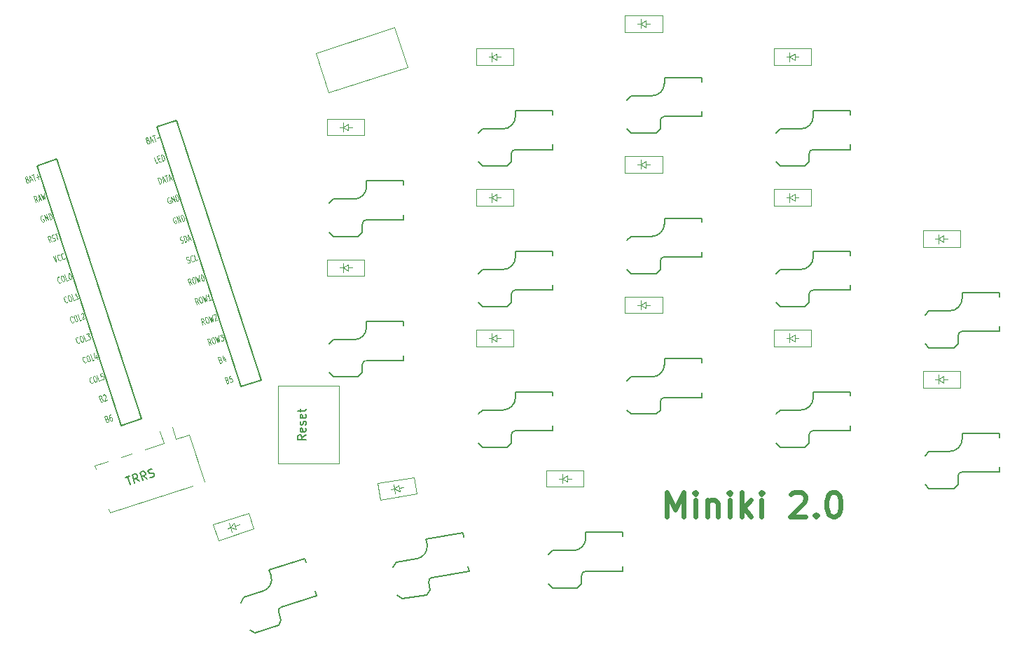
<source format=gbr>
%TF.GenerationSoftware,KiCad,Pcbnew,(5.1.8)-1*%
%TF.CreationDate,2021-08-08T13:00:58+02:00*%
%TF.ProjectId,miniki v2,6d696e69-6b69-4207-9632-2e6b69636164,rev?*%
%TF.SameCoordinates,Original*%
%TF.FileFunction,Legend,Top*%
%TF.FilePolarity,Positive*%
%FSLAX46Y46*%
G04 Gerber Fmt 4.6, Leading zero omitted, Abs format (unit mm)*
G04 Created by KiCad (PCBNEW (5.1.8)-1) date 2021-08-08 13:00:58*
%MOMM*%
%LPD*%
G01*
G04 APERTURE LIST*
%ADD10C,0.600000*%
%ADD11C,0.120000*%
%ADD12C,0.100000*%
%ADD13C,0.150000*%
%ADD14C,0.125000*%
G04 APERTURE END LIST*
D10*
X108821428Y-118607142D02*
X108821428Y-115607142D01*
X109821428Y-117750000D01*
X110821428Y-115607142D01*
X110821428Y-118607142D01*
X112250000Y-118607142D02*
X112250000Y-116607142D01*
X112250000Y-115607142D02*
X112107142Y-115750000D01*
X112250000Y-115892857D01*
X112392857Y-115750000D01*
X112250000Y-115607142D01*
X112250000Y-115892857D01*
X113678571Y-116607142D02*
X113678571Y-118607142D01*
X113678571Y-116892857D02*
X113821428Y-116750000D01*
X114107142Y-116607142D01*
X114535714Y-116607142D01*
X114821428Y-116750000D01*
X114964285Y-117035714D01*
X114964285Y-118607142D01*
X116392857Y-118607142D02*
X116392857Y-116607142D01*
X116392857Y-115607142D02*
X116250000Y-115750000D01*
X116392857Y-115892857D01*
X116535714Y-115750000D01*
X116392857Y-115607142D01*
X116392857Y-115892857D01*
X117821428Y-118607142D02*
X117821428Y-115607142D01*
X118107142Y-117464285D02*
X118964285Y-118607142D01*
X118964285Y-116607142D02*
X117821428Y-117750000D01*
X120250000Y-118607142D02*
X120250000Y-116607142D01*
X120250000Y-115607142D02*
X120107142Y-115750000D01*
X120250000Y-115892857D01*
X120392857Y-115750000D01*
X120250000Y-115607142D01*
X120250000Y-115892857D01*
X123821428Y-115892857D02*
X123964285Y-115750000D01*
X124250000Y-115607142D01*
X124964285Y-115607142D01*
X125250000Y-115750000D01*
X125392857Y-115892857D01*
X125535714Y-116178571D01*
X125535714Y-116464285D01*
X125392857Y-116892857D01*
X123678571Y-118607142D01*
X125535714Y-118607142D01*
X126821428Y-118321428D02*
X126964285Y-118464285D01*
X126821428Y-118607142D01*
X126678571Y-118464285D01*
X126821428Y-118321428D01*
X126821428Y-118607142D01*
X128821428Y-115607142D02*
X129107142Y-115607142D01*
X129392857Y-115750000D01*
X129535714Y-115892857D01*
X129678571Y-116178571D01*
X129821428Y-116750000D01*
X129821428Y-117464285D01*
X129678571Y-118035714D01*
X129535714Y-118321428D01*
X129392857Y-118464285D01*
X129107142Y-118607142D01*
X128821428Y-118607142D01*
X128535714Y-118464285D01*
X128392857Y-118321428D01*
X128250000Y-118035714D01*
X128107142Y-117464285D01*
X128107142Y-116750000D01*
X128250000Y-116178571D01*
X128392857Y-115892857D01*
X128535714Y-115750000D01*
X128821428Y-115607142D01*
D11*
%TO.C,D18*%
X139750000Y-101000000D02*
X144250000Y-101000000D01*
X139750000Y-103000000D02*
X144250000Y-103000000D01*
D12*
X141250000Y-102000000D02*
X141650000Y-102000000D01*
X141650000Y-102000000D02*
X141650000Y-101450000D01*
X141650000Y-102000000D02*
X141650000Y-102550000D01*
X141650000Y-102000000D02*
X142250000Y-101600000D01*
X142250000Y-101600000D02*
X142250000Y-102400000D01*
X142250000Y-102400000D02*
X141650000Y-102000000D01*
X142250000Y-102000000D02*
X142750000Y-102000000D01*
D11*
X139750000Y-101000000D02*
X139750000Y-103000000D01*
X144250000Y-101000000D02*
X144250000Y-103000000D01*
%TO.C,D17*%
X139750000Y-84000000D02*
X144250000Y-84000000D01*
X139750000Y-86000000D02*
X144250000Y-86000000D01*
D12*
X141250000Y-85000000D02*
X141650000Y-85000000D01*
X141650000Y-85000000D02*
X141650000Y-84450000D01*
X141650000Y-85000000D02*
X141650000Y-85550000D01*
X141650000Y-85000000D02*
X142250000Y-84600000D01*
X142250000Y-84600000D02*
X142250000Y-85400000D01*
X142250000Y-85400000D02*
X141650000Y-85000000D01*
X142250000Y-85000000D02*
X142750000Y-85000000D01*
D11*
X139750000Y-84000000D02*
X139750000Y-86000000D01*
X144250000Y-84000000D02*
X144250000Y-86000000D01*
%TO.C,D15*%
X121750000Y-96000000D02*
X126250000Y-96000000D01*
X121750000Y-98000000D02*
X126250000Y-98000000D01*
D12*
X123250000Y-97000000D02*
X123650000Y-97000000D01*
X123650000Y-97000000D02*
X123650000Y-96450000D01*
X123650000Y-97000000D02*
X123650000Y-97550000D01*
X123650000Y-97000000D02*
X124250000Y-96600000D01*
X124250000Y-96600000D02*
X124250000Y-97400000D01*
X124250000Y-97400000D02*
X123650000Y-97000000D01*
X124250000Y-97000000D02*
X124750000Y-97000000D01*
D11*
X121750000Y-96000000D02*
X121750000Y-98000000D01*
X126250000Y-96000000D02*
X126250000Y-98000000D01*
%TO.C,D14*%
X121750000Y-79000000D02*
X126250000Y-79000000D01*
X121750000Y-81000000D02*
X126250000Y-81000000D01*
D12*
X123250000Y-80000000D02*
X123650000Y-80000000D01*
X123650000Y-80000000D02*
X123650000Y-79450000D01*
X123650000Y-80000000D02*
X123650000Y-80550000D01*
X123650000Y-80000000D02*
X124250000Y-79600000D01*
X124250000Y-79600000D02*
X124250000Y-80400000D01*
X124250000Y-80400000D02*
X123650000Y-80000000D01*
X124250000Y-80000000D02*
X124750000Y-80000000D01*
D11*
X121750000Y-79000000D02*
X121750000Y-81000000D01*
X126250000Y-79000000D02*
X126250000Y-81000000D01*
%TO.C,D13*%
X121750000Y-62000000D02*
X126250000Y-62000000D01*
X121750000Y-64000000D02*
X126250000Y-64000000D01*
D12*
X123250000Y-63000000D02*
X123650000Y-63000000D01*
X123650000Y-63000000D02*
X123650000Y-62450000D01*
X123650000Y-63000000D02*
X123650000Y-63550000D01*
X123650000Y-63000000D02*
X124250000Y-62600000D01*
X124250000Y-62600000D02*
X124250000Y-63400000D01*
X124250000Y-63400000D02*
X123650000Y-63000000D01*
X124250000Y-63000000D02*
X124750000Y-63000000D01*
D11*
X121750000Y-62000000D02*
X121750000Y-64000000D01*
X126250000Y-62000000D02*
X126250000Y-64000000D01*
%TO.C,D12*%
X94250000Y-113000000D02*
X98750000Y-113000000D01*
X94250000Y-115000000D02*
X98750000Y-115000000D01*
D12*
X95750000Y-114000000D02*
X96150000Y-114000000D01*
X96150000Y-114000000D02*
X96150000Y-113450000D01*
X96150000Y-114000000D02*
X96150000Y-114550000D01*
X96150000Y-114000000D02*
X96750000Y-113600000D01*
X96750000Y-113600000D02*
X96750000Y-114400000D01*
X96750000Y-114400000D02*
X96150000Y-114000000D01*
X96750000Y-114000000D02*
X97250000Y-114000000D01*
D11*
X94250000Y-113000000D02*
X94250000Y-115000000D01*
X98750000Y-113000000D02*
X98750000Y-115000000D01*
%TO.C,D11*%
X103750000Y-92000000D02*
X108250000Y-92000000D01*
X103750000Y-94000000D02*
X108250000Y-94000000D01*
D12*
X105250000Y-93000000D02*
X105650000Y-93000000D01*
X105650000Y-93000000D02*
X105650000Y-92450000D01*
X105650000Y-93000000D02*
X105650000Y-93550000D01*
X105650000Y-93000000D02*
X106250000Y-92600000D01*
X106250000Y-92600000D02*
X106250000Y-93400000D01*
X106250000Y-93400000D02*
X105650000Y-93000000D01*
X106250000Y-93000000D02*
X106750000Y-93000000D01*
D11*
X103750000Y-92000000D02*
X103750000Y-94000000D01*
X108250000Y-92000000D02*
X108250000Y-94000000D01*
%TO.C,D10*%
X103750000Y-75000000D02*
X108250000Y-75000000D01*
X103750000Y-77000000D02*
X108250000Y-77000000D01*
D12*
X105250000Y-76000000D02*
X105650000Y-76000000D01*
X105650000Y-76000000D02*
X105650000Y-75450000D01*
X105650000Y-76000000D02*
X105650000Y-76550000D01*
X105650000Y-76000000D02*
X106250000Y-75600000D01*
X106250000Y-75600000D02*
X106250000Y-76400000D01*
X106250000Y-76400000D02*
X105650000Y-76000000D01*
X106250000Y-76000000D02*
X106750000Y-76000000D01*
D11*
X103750000Y-75000000D02*
X103750000Y-77000000D01*
X108250000Y-75000000D02*
X108250000Y-77000000D01*
D13*
%TO.C,U1*%
X57341083Y-102853715D02*
X47137342Y-71449829D01*
X59756766Y-102068812D02*
X57341083Y-102853715D01*
X49553025Y-70664926D02*
X59756766Y-102068812D01*
X47137342Y-71449829D02*
X49553025Y-70664926D01*
X42866003Y-107556954D02*
X32662261Y-76153067D01*
X45281686Y-106772050D02*
X42866003Y-107556954D01*
X35077945Y-75368164D02*
X45281686Y-106772050D01*
X32662261Y-76153067D02*
X35077945Y-75368164D01*
D11*
%TO.C,Reset1*%
X69200000Y-112200000D02*
X69200000Y-102800000D01*
X69200000Y-102800000D02*
X61800000Y-102800000D01*
X61800000Y-102800000D02*
X61800000Y-112200000D01*
X61800000Y-112200000D02*
X69200000Y-112200000D01*
%TO.C,Power1*%
X67919373Y-67304692D02*
X66374288Y-62549410D01*
X77429938Y-64214522D02*
X67919373Y-67304692D01*
X75884853Y-59459240D02*
X77429938Y-64214522D01*
X66374288Y-62549410D02*
X75884853Y-59459240D01*
D13*
%TO.C,K18*%
X143000000Y-110700000D02*
G75*
G03*
X144500000Y-109200000I0J1500000D01*
G01*
X144500000Y-113200000D02*
G75*
G03*
X144000000Y-113700000I0J-500000D01*
G01*
X144500000Y-109200000D02*
X144500000Y-108500000D01*
X144500000Y-108500000D02*
X149000000Y-108500000D01*
X143500000Y-115200000D02*
X144000000Y-114700000D01*
X144000000Y-113700000D02*
X144000000Y-114700000D01*
X149000000Y-113200000D02*
X144500000Y-113200000D01*
X140000000Y-111200000D02*
X140500000Y-110700000D01*
X149000000Y-112600000D02*
X149000000Y-113200000D01*
X140500000Y-110700000D02*
X143000000Y-110700000D01*
X140000000Y-114700000D02*
X140500000Y-115200000D01*
X140500000Y-115200000D02*
X143500000Y-115200000D01*
X149000000Y-108500000D02*
X149000000Y-109000000D01*
%TO.C,K17*%
X143000000Y-93700000D02*
G75*
G03*
X144500000Y-92200000I0J1500000D01*
G01*
X144500000Y-96200000D02*
G75*
G03*
X144000000Y-96700000I0J-500000D01*
G01*
X144500000Y-92200000D02*
X144500000Y-91500000D01*
X144500000Y-91500000D02*
X149000000Y-91500000D01*
X143500000Y-98200000D02*
X144000000Y-97700000D01*
X144000000Y-96700000D02*
X144000000Y-97700000D01*
X149000000Y-96200000D02*
X144500000Y-96200000D01*
X140000000Y-94200000D02*
X140500000Y-93700000D01*
X149000000Y-95600000D02*
X149000000Y-96200000D01*
X140500000Y-93700000D02*
X143000000Y-93700000D01*
X140000000Y-97700000D02*
X140500000Y-98200000D01*
X140500000Y-98200000D02*
X143500000Y-98200000D01*
X149000000Y-91500000D02*
X149000000Y-92000000D01*
%TO.C,K15*%
X125000000Y-105700000D02*
G75*
G03*
X126500000Y-104200000I0J1500000D01*
G01*
X126500000Y-108200000D02*
G75*
G03*
X126000000Y-108700000I0J-500000D01*
G01*
X126500000Y-104200000D02*
X126500000Y-103500000D01*
X126500000Y-103500000D02*
X131000000Y-103500000D01*
X125500000Y-110200000D02*
X126000000Y-109700000D01*
X126000000Y-108700000D02*
X126000000Y-109700000D01*
X131000000Y-108200000D02*
X126500000Y-108200000D01*
X122000000Y-106200000D02*
X122500000Y-105700000D01*
X131000000Y-107600000D02*
X131000000Y-108200000D01*
X122500000Y-105700000D02*
X125000000Y-105700000D01*
X122000000Y-109700000D02*
X122500000Y-110200000D01*
X122500000Y-110200000D02*
X125500000Y-110200000D01*
X131000000Y-103500000D02*
X131000000Y-104000000D01*
%TO.C,K14*%
X125000000Y-88700000D02*
G75*
G03*
X126500000Y-87200000I0J1500000D01*
G01*
X126500000Y-91200000D02*
G75*
G03*
X126000000Y-91700000I0J-500000D01*
G01*
X126500000Y-87200000D02*
X126500000Y-86500000D01*
X126500000Y-86500000D02*
X131000000Y-86500000D01*
X125500000Y-93200000D02*
X126000000Y-92700000D01*
X126000000Y-91700000D02*
X126000000Y-92700000D01*
X131000000Y-91200000D02*
X126500000Y-91200000D01*
X122000000Y-89200000D02*
X122500000Y-88700000D01*
X131000000Y-90600000D02*
X131000000Y-91200000D01*
X122500000Y-88700000D02*
X125000000Y-88700000D01*
X122000000Y-92700000D02*
X122500000Y-93200000D01*
X122500000Y-93200000D02*
X125500000Y-93200000D01*
X131000000Y-86500000D02*
X131000000Y-87000000D01*
%TO.C,K13*%
X125000000Y-71700000D02*
G75*
G03*
X126500000Y-70200000I0J1500000D01*
G01*
X126500000Y-74200000D02*
G75*
G03*
X126000000Y-74700000I0J-500000D01*
G01*
X126500000Y-70200000D02*
X126500000Y-69500000D01*
X126500000Y-69500000D02*
X131000000Y-69500000D01*
X125500000Y-76200000D02*
X126000000Y-75700000D01*
X126000000Y-74700000D02*
X126000000Y-75700000D01*
X131000000Y-74200000D02*
X126500000Y-74200000D01*
X122000000Y-72200000D02*
X122500000Y-71700000D01*
X131000000Y-73600000D02*
X131000000Y-74200000D01*
X122500000Y-71700000D02*
X125000000Y-71700000D01*
X122000000Y-75700000D02*
X122500000Y-76200000D01*
X122500000Y-76200000D02*
X125500000Y-76200000D01*
X131000000Y-69500000D02*
X131000000Y-70000000D01*
%TO.C,K12*%
X97500000Y-122700000D02*
G75*
G03*
X99000000Y-121200000I0J1500000D01*
G01*
X99000000Y-125200000D02*
G75*
G03*
X98500000Y-125700000I0J-500000D01*
G01*
X99000000Y-121200000D02*
X99000000Y-120500000D01*
X99000000Y-120500000D02*
X103500000Y-120500000D01*
X98000000Y-127200000D02*
X98500000Y-126700000D01*
X98500000Y-125700000D02*
X98500000Y-126700000D01*
X103500000Y-125200000D02*
X99000000Y-125200000D01*
X94500000Y-123200000D02*
X95000000Y-122700000D01*
X103500000Y-124600000D02*
X103500000Y-125200000D01*
X95000000Y-122700000D02*
X97500000Y-122700000D01*
X94500000Y-126700000D02*
X95000000Y-127200000D01*
X95000000Y-127200000D02*
X98000000Y-127200000D01*
X103500000Y-120500000D02*
X103500000Y-121000000D01*
%TO.C,K11*%
X107000000Y-101700000D02*
G75*
G03*
X108500000Y-100200000I0J1500000D01*
G01*
X108500000Y-104200000D02*
G75*
G03*
X108000000Y-104700000I0J-500000D01*
G01*
X108500000Y-100200000D02*
X108500000Y-99500000D01*
X108500000Y-99500000D02*
X113000000Y-99500000D01*
X107500000Y-106200000D02*
X108000000Y-105700000D01*
X108000000Y-104700000D02*
X108000000Y-105700000D01*
X113000000Y-104200000D02*
X108500000Y-104200000D01*
X104000000Y-102200000D02*
X104500000Y-101700000D01*
X113000000Y-103600000D02*
X113000000Y-104200000D01*
X104500000Y-101700000D02*
X107000000Y-101700000D01*
X104000000Y-105700000D02*
X104500000Y-106200000D01*
X104500000Y-106200000D02*
X107500000Y-106200000D01*
X113000000Y-99500000D02*
X113000000Y-100000000D01*
%TO.C,K10*%
X107000000Y-84700000D02*
G75*
G03*
X108500000Y-83200000I0J1500000D01*
G01*
X108500000Y-87200000D02*
G75*
G03*
X108000000Y-87700000I0J-500000D01*
G01*
X108500000Y-83200000D02*
X108500000Y-82500000D01*
X108500000Y-82500000D02*
X113000000Y-82500000D01*
X107500000Y-89200000D02*
X108000000Y-88700000D01*
X108000000Y-87700000D02*
X108000000Y-88700000D01*
X113000000Y-87200000D02*
X108500000Y-87200000D01*
X104000000Y-85200000D02*
X104500000Y-84700000D01*
X113000000Y-86600000D02*
X113000000Y-87200000D01*
X104500000Y-84700000D02*
X107000000Y-84700000D01*
X104000000Y-88700000D02*
X104500000Y-89200000D01*
X104500000Y-89200000D02*
X107500000Y-89200000D01*
X113000000Y-82500000D02*
X113000000Y-83000000D01*
%TO.C,K9*%
X107000000Y-67700000D02*
G75*
G03*
X108500000Y-66200000I0J1500000D01*
G01*
X108500000Y-70200000D02*
G75*
G03*
X108000000Y-70700000I0J-500000D01*
G01*
X108500000Y-66200000D02*
X108500000Y-65500000D01*
X108500000Y-65500000D02*
X113000000Y-65500000D01*
X107500000Y-72200000D02*
X108000000Y-71700000D01*
X108000000Y-70700000D02*
X108000000Y-71700000D01*
X113000000Y-70200000D02*
X108500000Y-70200000D01*
X104000000Y-68200000D02*
X104500000Y-67700000D01*
X113000000Y-69600000D02*
X113000000Y-70200000D01*
X104500000Y-67700000D02*
X107000000Y-67700000D01*
X104000000Y-71700000D02*
X104500000Y-72200000D01*
X104500000Y-72200000D02*
X107500000Y-72200000D01*
X113000000Y-65500000D02*
X113000000Y-66000000D01*
%TO.C,K8*%
X78566496Y-123698013D02*
G75*
G03*
X79813377Y-121981828I-234652J1481533D01*
G01*
X80439115Y-125932582D02*
G75*
G03*
X80023488Y-126504643I78217J-493844D01*
G01*
X79813377Y-121981828D02*
X79703873Y-121290446D01*
X79703873Y-121290446D02*
X84148470Y-120586491D01*
X79764295Y-128064393D02*
X80179922Y-127492331D01*
X80023488Y-126504643D02*
X80179922Y-127492331D01*
X84883712Y-125228626D02*
X80439115Y-125932582D01*
X75681648Y-124661160D02*
X76097275Y-124089099D01*
X84789851Y-124636013D02*
X84883712Y-125228626D01*
X76097275Y-124089099D02*
X78566496Y-123698012D01*
X76229169Y-128118069D02*
X76801230Y-128533696D01*
X76801230Y-128533696D02*
X79764295Y-128064393D01*
X84148470Y-120586491D02*
X84226687Y-121080335D01*
%TO.C,K7*%
X89000000Y-105700000D02*
G75*
G03*
X90500000Y-104200000I0J1500000D01*
G01*
X90500000Y-108200000D02*
G75*
G03*
X90000000Y-108700000I0J-500000D01*
G01*
X90500000Y-104200000D02*
X90500000Y-103500000D01*
X90500000Y-103500000D02*
X95000000Y-103500000D01*
X89500000Y-110200000D02*
X90000000Y-109700000D01*
X90000000Y-108700000D02*
X90000000Y-109700000D01*
X95000000Y-108200000D02*
X90500000Y-108200000D01*
X86000000Y-106200000D02*
X86500000Y-105700000D01*
X95000000Y-107600000D02*
X95000000Y-108200000D01*
X86500000Y-105700000D02*
X89000000Y-105700000D01*
X86000000Y-109700000D02*
X86500000Y-110200000D01*
X86500000Y-110200000D02*
X89500000Y-110200000D01*
X95000000Y-103500000D02*
X95000000Y-104000000D01*
%TO.C,K6*%
X89000000Y-88700000D02*
G75*
G03*
X90500000Y-87200000I0J1500000D01*
G01*
X90500000Y-91200000D02*
G75*
G03*
X90000000Y-91700000I0J-500000D01*
G01*
X90500000Y-87200000D02*
X90500000Y-86500000D01*
X90500000Y-86500000D02*
X95000000Y-86500000D01*
X89500000Y-93200000D02*
X90000000Y-92700000D01*
X90000000Y-91700000D02*
X90000000Y-92700000D01*
X95000000Y-91200000D02*
X90500000Y-91200000D01*
X86000000Y-89200000D02*
X86500000Y-88700000D01*
X95000000Y-90600000D02*
X95000000Y-91200000D01*
X86500000Y-88700000D02*
X89000000Y-88700000D01*
X86000000Y-92700000D02*
X86500000Y-93200000D01*
X86500000Y-93200000D02*
X89500000Y-93200000D01*
X95000000Y-86500000D02*
X95000000Y-87000000D01*
%TO.C,K5*%
X89000000Y-71700000D02*
G75*
G03*
X90500000Y-70200000I0J1500000D01*
G01*
X90500000Y-74200000D02*
G75*
G03*
X90000000Y-74700000I0J-500000D01*
G01*
X90500000Y-70200000D02*
X90500000Y-69500000D01*
X90500000Y-69500000D02*
X95000000Y-69500000D01*
X89500000Y-76200000D02*
X90000000Y-75700000D01*
X90000000Y-74700000D02*
X90000000Y-75700000D01*
X95000000Y-74200000D02*
X90500000Y-74200000D01*
X86000000Y-72200000D02*
X86500000Y-71700000D01*
X95000000Y-73600000D02*
X95000000Y-74200000D01*
X86500000Y-71700000D02*
X89000000Y-71700000D01*
X86000000Y-75700000D02*
X86500000Y-76200000D01*
X86500000Y-76200000D02*
X89500000Y-76200000D01*
X95000000Y-69500000D02*
X95000000Y-70000000D01*
%TO.C,K4*%
X59994419Y-127609892D02*
G75*
G03*
X60957479Y-125719782I-463525J1426585D01*
G01*
X62193546Y-129524008D02*
G75*
G03*
X61872527Y-130154045I154509J-475528D01*
G01*
X60957479Y-125719782D02*
X60741167Y-125054042D01*
X60741167Y-125054042D02*
X65020921Y-123663466D01*
X61860524Y-131735138D02*
X62181544Y-131105101D01*
X61872527Y-130154045D02*
X62181544Y-131105101D01*
X66473301Y-128133431D02*
X62193547Y-129524008D01*
X57295758Y-129012471D02*
X57616778Y-128382435D01*
X66287891Y-127562798D02*
X66473301Y-128133431D01*
X57616778Y-128382435D02*
X59994419Y-127609892D01*
X58377318Y-132341169D02*
X59007355Y-132662189D01*
X59007355Y-132662189D02*
X61860524Y-131735138D01*
X65020921Y-123663466D02*
X65175430Y-124138994D01*
%TO.C,K2*%
X71000000Y-97200000D02*
G75*
G03*
X72500000Y-95700000I0J1500000D01*
G01*
X72500000Y-99700000D02*
G75*
G03*
X72000000Y-100200000I0J-500000D01*
G01*
X72500000Y-95700000D02*
X72500000Y-95000000D01*
X72500000Y-95000000D02*
X77000000Y-95000000D01*
X71500000Y-101700000D02*
X72000000Y-101200000D01*
X72000000Y-100200000D02*
X72000000Y-101200000D01*
X77000000Y-99700000D02*
X72500000Y-99700000D01*
X68000000Y-97700000D02*
X68500000Y-97200000D01*
X77000000Y-99100000D02*
X77000000Y-99700000D01*
X68500000Y-97200000D02*
X71000000Y-97200000D01*
X68000000Y-101200000D02*
X68500000Y-101700000D01*
X68500000Y-101700000D02*
X71500000Y-101700000D01*
X77000000Y-95000000D02*
X77000000Y-95500000D01*
%TO.C,K1*%
X71000000Y-80200000D02*
G75*
G03*
X72500000Y-78700000I0J1500000D01*
G01*
X72500000Y-82700000D02*
G75*
G03*
X72000000Y-83200000I0J-500000D01*
G01*
X72500000Y-78700000D02*
X72500000Y-78000000D01*
X72500000Y-78000000D02*
X77000000Y-78000000D01*
X71500000Y-84700000D02*
X72000000Y-84200000D01*
X72000000Y-83200000D02*
X72000000Y-84200000D01*
X77000000Y-82700000D02*
X72500000Y-82700000D01*
X68000000Y-80700000D02*
X68500000Y-80200000D01*
X77000000Y-82100000D02*
X77000000Y-82700000D01*
X68500000Y-80200000D02*
X71000000Y-80200000D01*
X68000000Y-84200000D02*
X68500000Y-84700000D01*
X68500000Y-84700000D02*
X71500000Y-84700000D01*
X77000000Y-78000000D02*
X77000000Y-78500000D01*
D11*
%TO.C,J1*%
X47973671Y-109704329D02*
X47510146Y-108277744D01*
X42837966Y-111373020D02*
X44121893Y-110955847D01*
X49447809Y-109225352D02*
X48984284Y-107798768D01*
X49447809Y-109225352D02*
X51050339Y-108704659D01*
X45691136Y-110445969D02*
X47973671Y-109704329D01*
X51444569Y-114885339D02*
X41491763Y-118119202D01*
X39637661Y-112412863D02*
X41268723Y-111882898D01*
X41337254Y-117643673D02*
X41491763Y-118119202D01*
X52904441Y-114410998D02*
X51050339Y-108704659D01*
X39637661Y-112412863D02*
X39792170Y-112888391D01*
X47973671Y-109704329D02*
X47510146Y-108277744D01*
X51444569Y-114885339D02*
X41491763Y-118119202D01*
X45691136Y-110445969D02*
X47973671Y-109704329D01*
X42837966Y-111373020D02*
X44121893Y-110955847D01*
X39637661Y-112412863D02*
X41268723Y-111882898D01*
X39637661Y-112412863D02*
X39792170Y-112888391D01*
X41337254Y-117643673D02*
X41491763Y-118119202D01*
%TO.C,D9*%
X103750000Y-58000000D02*
X108250000Y-58000000D01*
X103750000Y-60000000D02*
X108250000Y-60000000D01*
D12*
X105250000Y-59000000D02*
X105650000Y-59000000D01*
X105650000Y-59000000D02*
X105650000Y-58450000D01*
X105650000Y-59000000D02*
X105650000Y-59550000D01*
X105650000Y-59000000D02*
X106250000Y-58600000D01*
X106250000Y-58600000D02*
X106250000Y-59400000D01*
X106250000Y-59400000D02*
X105650000Y-59000000D01*
X106250000Y-59000000D02*
X106750000Y-59000000D01*
D11*
X103750000Y-58000000D02*
X103750000Y-60000000D01*
X108250000Y-58000000D02*
X108250000Y-60000000D01*
%TO.C,D8*%
X73821267Y-114564289D02*
X78265864Y-113860334D01*
X74134136Y-116539666D02*
X78578733Y-115835711D01*
D12*
X75459234Y-115317326D02*
X75854309Y-115254752D01*
X75854309Y-115254752D02*
X75768270Y-114711523D01*
X75854309Y-115254752D02*
X75940348Y-115797981D01*
X75854309Y-115254752D02*
X76384348Y-114765816D01*
X76384348Y-114765816D02*
X76509496Y-115555967D01*
X76509496Y-115555967D02*
X75854309Y-115254752D01*
X76446922Y-115160891D02*
X76940766Y-115082674D01*
D11*
X73821267Y-114564289D02*
X74134136Y-116539666D01*
X78265864Y-113860334D02*
X78578733Y-115835711D01*
%TO.C,D7*%
X85750000Y-96000000D02*
X90250000Y-96000000D01*
X85750000Y-98000000D02*
X90250000Y-98000000D01*
D12*
X87250000Y-97000000D02*
X87650000Y-97000000D01*
X87650000Y-97000000D02*
X87650000Y-96450000D01*
X87650000Y-97000000D02*
X87650000Y-97550000D01*
X87650000Y-97000000D02*
X88250000Y-96600000D01*
X88250000Y-96600000D02*
X88250000Y-97400000D01*
X88250000Y-97400000D02*
X87650000Y-97000000D01*
X88250000Y-97000000D02*
X88750000Y-97000000D01*
D11*
X85750000Y-96000000D02*
X85750000Y-98000000D01*
X90250000Y-96000000D02*
X90250000Y-98000000D01*
%TO.C,D6*%
X85750000Y-79000000D02*
X90250000Y-79000000D01*
X85750000Y-81000000D02*
X90250000Y-81000000D01*
D12*
X87250000Y-80000000D02*
X87650000Y-80000000D01*
X87650000Y-80000000D02*
X87650000Y-79450000D01*
X87650000Y-80000000D02*
X87650000Y-80550000D01*
X87650000Y-80000000D02*
X88250000Y-79600000D01*
X88250000Y-79600000D02*
X88250000Y-80400000D01*
X88250000Y-80400000D02*
X87650000Y-80000000D01*
X88250000Y-80000000D02*
X88750000Y-80000000D01*
D11*
X85750000Y-79000000D02*
X85750000Y-81000000D01*
X90250000Y-79000000D02*
X90250000Y-81000000D01*
%TO.C,D5*%
X85750000Y-62000000D02*
X90250000Y-62000000D01*
X85750000Y-64000000D02*
X90250000Y-64000000D01*
D12*
X87250000Y-63000000D02*
X87650000Y-63000000D01*
X87650000Y-63000000D02*
X87650000Y-62450000D01*
X87650000Y-63000000D02*
X87650000Y-63550000D01*
X87650000Y-63000000D02*
X88250000Y-62600000D01*
X88250000Y-62600000D02*
X88250000Y-63400000D01*
X88250000Y-63400000D02*
X87650000Y-63000000D01*
X88250000Y-63000000D02*
X88750000Y-63000000D01*
D11*
X85750000Y-62000000D02*
X85750000Y-64000000D01*
X90250000Y-62000000D02*
X90250000Y-64000000D01*
%TO.C,D4*%
X53951106Y-119544232D02*
X58230860Y-118153655D01*
X54569140Y-121446345D02*
X58848894Y-120055768D01*
D12*
X55686708Y-120031763D02*
X56067130Y-119908156D01*
X56067130Y-119908156D02*
X55897171Y-119385075D01*
X56067130Y-119908156D02*
X56237090Y-120431237D01*
X56067130Y-119908156D02*
X56514157Y-119342323D01*
X56514157Y-119342323D02*
X56761371Y-120103168D01*
X56761371Y-120103168D02*
X56067130Y-119908156D01*
X56637764Y-119722746D02*
X57113292Y-119568237D01*
D11*
X53951106Y-119544232D02*
X54569140Y-121446345D01*
X58230860Y-118153655D02*
X58848894Y-120055768D01*
%TO.C,D2*%
X67750000Y-87500000D02*
X72250000Y-87500000D01*
X67750000Y-89500000D02*
X72250000Y-89500000D01*
D12*
X69250000Y-88500000D02*
X69650000Y-88500000D01*
X69650000Y-88500000D02*
X69650000Y-87950000D01*
X69650000Y-88500000D02*
X69650000Y-89050000D01*
X69650000Y-88500000D02*
X70250000Y-88100000D01*
X70250000Y-88100000D02*
X70250000Y-88900000D01*
X70250000Y-88900000D02*
X69650000Y-88500000D01*
X70250000Y-88500000D02*
X70750000Y-88500000D01*
D11*
X67750000Y-87500000D02*
X67750000Y-89500000D01*
X72250000Y-87500000D02*
X72250000Y-89500000D01*
%TO.C,D1*%
X67750000Y-70500000D02*
X72250000Y-70500000D01*
X67750000Y-72500000D02*
X72250000Y-72500000D01*
D12*
X69250000Y-71500000D02*
X69650000Y-71500000D01*
X69650000Y-71500000D02*
X69650000Y-70950000D01*
X69650000Y-71500000D02*
X69650000Y-72050000D01*
X69650000Y-71500000D02*
X70250000Y-71100000D01*
X70250000Y-71100000D02*
X70250000Y-71900000D01*
X70250000Y-71900000D02*
X69650000Y-71500000D01*
X70250000Y-71500000D02*
X70750000Y-71500000D01*
D11*
X67750000Y-70500000D02*
X67750000Y-72500000D01*
X72250000Y-70500000D02*
X72250000Y-72500000D01*
%TO.C,U1*%
D14*
X46048163Y-73082752D02*
X46127132Y-73094646D01*
X46160813Y-73121255D01*
X46205530Y-73181830D01*
X46238639Y-73283729D01*
X46238067Y-73359019D01*
X46226459Y-73400343D01*
X46192207Y-73449024D01*
X46011053Y-73507884D01*
X45779291Y-72794592D01*
X45937800Y-72743089D01*
X45994125Y-72762340D01*
X46027805Y-72788949D01*
X46072522Y-72849524D01*
X46094595Y-72917457D01*
X46094023Y-72992747D01*
X46082415Y-73034071D01*
X46048163Y-73082752D01*
X45889654Y-73134255D01*
X46397719Y-73156936D02*
X46624162Y-73083360D01*
X46418649Y-73375448D02*
X46345396Y-72610653D01*
X46735668Y-73272443D01*
X46594482Y-72529720D02*
X46866212Y-72441430D01*
X46962110Y-73198867D02*
X46730347Y-72485575D01*
X47168194Y-72831489D02*
X47530501Y-72713768D01*
X31473697Y-77818283D02*
X31552666Y-77830177D01*
X31586347Y-77856786D01*
X31631064Y-77917361D01*
X31664173Y-78019260D01*
X31663601Y-78094550D01*
X31651993Y-78135874D01*
X31617741Y-78184555D01*
X31436587Y-78243415D01*
X31204825Y-77530123D01*
X31363334Y-77478620D01*
X31419659Y-77497871D01*
X31453339Y-77524480D01*
X31498056Y-77585055D01*
X31520129Y-77652988D01*
X31519557Y-77728278D01*
X31507949Y-77769602D01*
X31473697Y-77818283D01*
X31315188Y-77869786D01*
X31823253Y-77892467D02*
X32049696Y-77818891D01*
X31844183Y-78110979D02*
X31770930Y-77346184D01*
X32161202Y-78007974D01*
X32020016Y-77265251D02*
X32291746Y-77176961D01*
X32387644Y-77934398D02*
X32155881Y-77221106D01*
X32593728Y-77567020D02*
X32956035Y-77449299D01*
X32863172Y-77779890D02*
X32686591Y-77236429D01*
D13*
D14*
X32777383Y-80478479D02*
X32508510Y-80190319D01*
X32505652Y-80566769D02*
X32273889Y-79853477D01*
X32455043Y-79794617D01*
X32511368Y-79813868D01*
X32545048Y-79840477D01*
X32589765Y-79901052D01*
X32622874Y-80002951D01*
X32622303Y-80078241D01*
X32610695Y-80119565D01*
X32576443Y-80168246D01*
X32395289Y-80227106D01*
X32892318Y-80215821D02*
X33118760Y-80142245D01*
X32913248Y-80434334D02*
X32839995Y-79669538D01*
X33230267Y-80331328D01*
X33111725Y-79581248D02*
X33456709Y-80257752D01*
X33381741Y-79718828D01*
X33637862Y-80198892D01*
X33519321Y-79448812D01*
X47270828Y-75769273D02*
X47044386Y-75842849D01*
X46812623Y-75129556D01*
X47307938Y-75344141D02*
X47466447Y-75292638D01*
X47655779Y-75644195D02*
X47429337Y-75717770D01*
X47197574Y-75004478D01*
X47424017Y-74930903D01*
X47859577Y-75577977D02*
X47627814Y-74864685D01*
X47741035Y-74827897D01*
X47820004Y-74839791D01*
X47887365Y-74893008D01*
X47932082Y-74953583D01*
X47998872Y-75082091D01*
X48031981Y-75183990D01*
X48053482Y-75327213D01*
X48052910Y-75402503D01*
X48029694Y-75485150D01*
X47972798Y-75541189D01*
X47859577Y-75577977D01*
X33307594Y-82225872D02*
X33251269Y-82206621D01*
X33183337Y-82228693D01*
X33126440Y-82284732D01*
X33103224Y-82367380D01*
X33102653Y-82442670D01*
X33124154Y-82585893D01*
X33157263Y-82687792D01*
X33224052Y-82816300D01*
X33268769Y-82876875D01*
X33336130Y-82930092D01*
X33415099Y-82941986D01*
X33460388Y-82927271D01*
X33517284Y-82871232D01*
X33528892Y-82829908D01*
X33451638Y-82592144D01*
X33361061Y-82621574D01*
X33754762Y-82831623D02*
X33523000Y-82118330D01*
X34026493Y-82743332D01*
X33794730Y-82030040D01*
X34252935Y-82669757D02*
X34021172Y-81956464D01*
X34134393Y-81919677D01*
X34213362Y-81931570D01*
X34280723Y-81984788D01*
X34325440Y-82045363D01*
X34392229Y-82173870D01*
X34425338Y-82275769D01*
X34446839Y-82418992D01*
X34446268Y-82494282D01*
X34423052Y-82576930D01*
X34366156Y-82632969D01*
X34252935Y-82669757D01*
X47501768Y-78352332D02*
X47270005Y-77639040D01*
X47383226Y-77602252D01*
X47462195Y-77614146D01*
X47529556Y-77667363D01*
X47574273Y-77727938D01*
X47641063Y-77856446D01*
X47674172Y-77958345D01*
X47695673Y-78101568D01*
X47695101Y-78176858D01*
X47671885Y-78259505D01*
X47614989Y-78315544D01*
X47501768Y-78352332D01*
X47888434Y-78001383D02*
X48114876Y-77927808D01*
X47909364Y-78219896D02*
X47836110Y-77455101D01*
X48226383Y-78116891D01*
X48085197Y-77374168D02*
X48356927Y-77285877D01*
X48452825Y-78043315D02*
X48221062Y-77330023D01*
X48658337Y-77751227D02*
X48884779Y-77677651D01*
X48679267Y-77969740D02*
X48606013Y-77204944D01*
X48996286Y-77866734D01*
X34434744Y-85348165D02*
X34165872Y-85060005D01*
X34163014Y-85436456D02*
X33931251Y-84723163D01*
X34112405Y-84664303D01*
X34168729Y-84683554D01*
X34202410Y-84710163D01*
X34247127Y-84770738D01*
X34280236Y-84872637D01*
X34279664Y-84947927D01*
X34268056Y-84989251D01*
X34233804Y-85037932D01*
X34052651Y-85096793D01*
X34604862Y-85255339D02*
X34683830Y-85267232D01*
X34797051Y-85230444D01*
X34831304Y-85181763D01*
X34842911Y-85140439D01*
X34843483Y-85065149D01*
X34821410Y-84997216D01*
X34776694Y-84936641D01*
X34743013Y-84910033D01*
X34686688Y-84890781D01*
X34585075Y-84886245D01*
X34528750Y-84866994D01*
X34495070Y-84840385D01*
X34450353Y-84779810D01*
X34428280Y-84711878D01*
X34428852Y-84636587D01*
X34440460Y-84595264D01*
X34474712Y-84546582D01*
X34587933Y-84509794D01*
X34666902Y-84521688D01*
X34791731Y-84443577D02*
X35063461Y-84355286D01*
X35159359Y-85112724D02*
X34927596Y-84399431D01*
X48606221Y-79992529D02*
X48549896Y-79973278D01*
X48481964Y-79995350D01*
X48425067Y-80051389D01*
X48401851Y-80134037D01*
X48401280Y-80209327D01*
X48422781Y-80352550D01*
X48455890Y-80454449D01*
X48522679Y-80582957D01*
X48567396Y-80643532D01*
X48634757Y-80696749D01*
X48713726Y-80708643D01*
X48759015Y-80693928D01*
X48815911Y-80637889D01*
X48827519Y-80596565D01*
X48750265Y-80358801D01*
X48659688Y-80388231D01*
X49053389Y-80598280D02*
X48821627Y-79884987D01*
X49325120Y-80509989D01*
X49093357Y-79796697D01*
X49551562Y-80436414D02*
X49319799Y-79723121D01*
X49433020Y-79686334D01*
X49511989Y-79698227D01*
X49579350Y-79751445D01*
X49624067Y-79812020D01*
X49690856Y-79940527D01*
X49723965Y-80042426D01*
X49745466Y-80185649D01*
X49744895Y-80260939D01*
X49721679Y-80343587D01*
X49664783Y-80399626D01*
X49551562Y-80436414D01*
X34594633Y-87111564D02*
X34984905Y-87773354D01*
X34911652Y-87008559D01*
X35551582Y-87514125D02*
X35539974Y-87555449D01*
X35483078Y-87611488D01*
X35437789Y-87626203D01*
X35358820Y-87614309D01*
X35291459Y-87561092D01*
X35246743Y-87500517D01*
X35179953Y-87372009D01*
X35146844Y-87270110D01*
X35125343Y-87126887D01*
X35125915Y-87051597D01*
X35149130Y-86968949D01*
X35206027Y-86912911D01*
X35251315Y-86898195D01*
X35330284Y-86910089D01*
X35363964Y-86936698D01*
X36027110Y-87359617D02*
X36015502Y-87400940D01*
X35958606Y-87456979D01*
X35913318Y-87471694D01*
X35834349Y-87459801D01*
X35766988Y-87406583D01*
X35722271Y-87346008D01*
X35655481Y-87217501D01*
X35622372Y-87115602D01*
X35600871Y-86972379D01*
X35601443Y-86897089D01*
X35624659Y-86814441D01*
X35681555Y-86758402D01*
X35726843Y-86743687D01*
X35805812Y-86755581D01*
X35839493Y-86782189D01*
X49330732Y-82427835D02*
X49274407Y-82408584D01*
X49206475Y-82430656D01*
X49149578Y-82486695D01*
X49126362Y-82569343D01*
X49125791Y-82644633D01*
X49147292Y-82787856D01*
X49180401Y-82889755D01*
X49247190Y-83018263D01*
X49291907Y-83078838D01*
X49359268Y-83132055D01*
X49438237Y-83143949D01*
X49483526Y-83129234D01*
X49540422Y-83073195D01*
X49552030Y-83031871D01*
X49474776Y-82794107D01*
X49384199Y-82823537D01*
X49777900Y-83033586D02*
X49546138Y-82320293D01*
X50049631Y-82945295D01*
X49817868Y-82232003D01*
X50276073Y-82871720D02*
X50044310Y-82158427D01*
X50157531Y-82121640D01*
X50236500Y-82133533D01*
X50303861Y-82186751D01*
X50348578Y-82247326D01*
X50415367Y-82375833D01*
X50448476Y-82477732D01*
X50469977Y-82620955D01*
X50469406Y-82696245D01*
X50446190Y-82778893D01*
X50389294Y-82834932D01*
X50276073Y-82871720D01*
X37801414Y-97516436D02*
X37789806Y-97557760D01*
X37732910Y-97613799D01*
X37687622Y-97628514D01*
X37608653Y-97616621D01*
X37541292Y-97563403D01*
X37496575Y-97502828D01*
X37429785Y-97374320D01*
X37396676Y-97272421D01*
X37375175Y-97129199D01*
X37375747Y-97053909D01*
X37398963Y-96971261D01*
X37455859Y-96915222D01*
X37501147Y-96900507D01*
X37580116Y-96912400D01*
X37613797Y-96939009D01*
X37886099Y-96775428D02*
X37976676Y-96745998D01*
X38033000Y-96765249D01*
X38100361Y-96818467D01*
X38167151Y-96946975D01*
X38244405Y-97184739D01*
X38265906Y-97327962D01*
X38242690Y-97410609D01*
X38208438Y-97459291D01*
X38117862Y-97488721D01*
X38061537Y-97469470D01*
X37994176Y-97416252D01*
X37927386Y-97287744D01*
X37850132Y-97049980D01*
X37828631Y-96906758D01*
X37851847Y-96824110D01*
X37886099Y-96775428D01*
X38751899Y-97282710D02*
X38525457Y-97356285D01*
X38293694Y-96642993D01*
X38633357Y-96532629D02*
X38927732Y-96436981D01*
X38857513Y-96760215D01*
X38925446Y-96738142D01*
X38981771Y-96757393D01*
X39015451Y-96784002D01*
X39060168Y-96844577D01*
X39115350Y-97014408D01*
X39114778Y-97089699D01*
X39103170Y-97131022D01*
X39068918Y-97179704D01*
X38933053Y-97223849D01*
X38876728Y-97204598D01*
X38843048Y-97177989D01*
X51412297Y-90487867D02*
X51143425Y-90199707D01*
X51140567Y-90576158D02*
X50908804Y-89862866D01*
X51089958Y-89804005D01*
X51146282Y-89823256D01*
X51179963Y-89849865D01*
X51224680Y-89910440D01*
X51257789Y-90012339D01*
X51257217Y-90087629D01*
X51245609Y-90128953D01*
X51211357Y-90177635D01*
X51030204Y-90236495D01*
X51474909Y-89678927D02*
X51565486Y-89649497D01*
X51621811Y-89668748D01*
X51689172Y-89721965D01*
X51755961Y-89850473D01*
X51833215Y-90088237D01*
X51854716Y-90231460D01*
X51831501Y-90314108D01*
X51797249Y-90362789D01*
X51706672Y-90392219D01*
X51650347Y-90372968D01*
X51582986Y-90319751D01*
X51516197Y-90191243D01*
X51438942Y-89953479D01*
X51417441Y-89810256D01*
X51440657Y-89727608D01*
X51474909Y-89678927D01*
X51837216Y-89561206D02*
X52182200Y-90237711D01*
X52107232Y-89698786D01*
X52363354Y-90178850D01*
X52244812Y-89428770D01*
X52516542Y-89340480D02*
X52561831Y-89325765D01*
X52618156Y-89345016D01*
X52651836Y-89371625D01*
X52696553Y-89432200D01*
X52763342Y-89560707D01*
X52818524Y-89730539D01*
X52840025Y-89873762D01*
X52839454Y-89949052D01*
X52827846Y-89990376D01*
X52793594Y-90039057D01*
X52748305Y-90053772D01*
X52691980Y-90034521D01*
X52658300Y-90007912D01*
X52613583Y-89947337D01*
X52546794Y-89818829D01*
X52491612Y-89648998D01*
X52470111Y-89505775D01*
X52470682Y-89430485D01*
X52482290Y-89389161D01*
X52516542Y-89340480D01*
X37096783Y-95024200D02*
X37085175Y-95065524D01*
X37028279Y-95121563D01*
X36982991Y-95136278D01*
X36904022Y-95124385D01*
X36836661Y-95071167D01*
X36791944Y-95010592D01*
X36725154Y-94882084D01*
X36692045Y-94780185D01*
X36670544Y-94636963D01*
X36671116Y-94561673D01*
X36694332Y-94479025D01*
X36751228Y-94422986D01*
X36796516Y-94408271D01*
X36875485Y-94420164D01*
X36909166Y-94446773D01*
X37181468Y-94283192D02*
X37272045Y-94253762D01*
X37328369Y-94273013D01*
X37395730Y-94326231D01*
X37462520Y-94454739D01*
X37539774Y-94692503D01*
X37561275Y-94835726D01*
X37538059Y-94918373D01*
X37503807Y-94967055D01*
X37413231Y-94996485D01*
X37356906Y-94977234D01*
X37289545Y-94924016D01*
X37222755Y-94795508D01*
X37145501Y-94557744D01*
X37124000Y-94414522D01*
X37147216Y-94331874D01*
X37181468Y-94283192D01*
X38047268Y-94790474D02*
X37820826Y-94864049D01*
X37589063Y-94150757D01*
X37973443Y-94100968D02*
X37985051Y-94059645D01*
X38019303Y-94010963D01*
X38132524Y-93974175D01*
X38188849Y-93993427D01*
X38222530Y-94020035D01*
X38267246Y-94080611D01*
X38289319Y-94148543D01*
X38299784Y-94257800D01*
X38160489Y-94753686D01*
X38454864Y-94658038D01*
X50886807Y-87910388D02*
X50965776Y-87922281D01*
X51078997Y-87885494D01*
X51113249Y-87836812D01*
X51124857Y-87795488D01*
X51125429Y-87720198D01*
X51103356Y-87652266D01*
X51058639Y-87591691D01*
X51024959Y-87565082D01*
X50968634Y-87545831D01*
X50867021Y-87541295D01*
X50810696Y-87522043D01*
X50777016Y-87495435D01*
X50732299Y-87434860D01*
X50710226Y-87366927D01*
X50710798Y-87291637D01*
X50722405Y-87250313D01*
X50756658Y-87201631D01*
X50869879Y-87164844D01*
X50948847Y-87176737D01*
X51623030Y-87633622D02*
X51611422Y-87674946D01*
X51554525Y-87730985D01*
X51509237Y-87745700D01*
X51430268Y-87733807D01*
X51362907Y-87680589D01*
X51318190Y-87620014D01*
X51251401Y-87491506D01*
X51218292Y-87389607D01*
X51196791Y-87246385D01*
X51197362Y-87171095D01*
X51220578Y-87088447D01*
X51277474Y-87032408D01*
X51322763Y-87017693D01*
X51401732Y-87029586D01*
X51435412Y-87056195D01*
X52075342Y-87561762D02*
X51848900Y-87635337D01*
X51617137Y-86922045D01*
X36359433Y-92593065D02*
X36347825Y-92634389D01*
X36290929Y-92690428D01*
X36245641Y-92705143D01*
X36166672Y-92693250D01*
X36099311Y-92640032D01*
X36054594Y-92579457D01*
X35987804Y-92450949D01*
X35954695Y-92349050D01*
X35933194Y-92205828D01*
X35933766Y-92130538D01*
X35956982Y-92047890D01*
X36013878Y-91991851D01*
X36059166Y-91977136D01*
X36138135Y-91989029D01*
X36171816Y-92015638D01*
X36444118Y-91852057D02*
X36534695Y-91822627D01*
X36591019Y-91841878D01*
X36658380Y-91895096D01*
X36725170Y-92023604D01*
X36802424Y-92261368D01*
X36823925Y-92404591D01*
X36800709Y-92487238D01*
X36766457Y-92535920D01*
X36675881Y-92565350D01*
X36619556Y-92546099D01*
X36552195Y-92492881D01*
X36485405Y-92364373D01*
X36408151Y-92126609D01*
X36386650Y-91983387D01*
X36409866Y-91900739D01*
X36444118Y-91852057D01*
X37309918Y-92359339D02*
X37083476Y-92432914D01*
X36851713Y-91719622D01*
X37717514Y-92226903D02*
X37445783Y-92315193D01*
X37581649Y-92271048D02*
X37349886Y-91557756D01*
X37337706Y-91674370D01*
X37314491Y-91757017D01*
X37280239Y-91805699D01*
X50090582Y-85498384D02*
X50169551Y-85510277D01*
X50282772Y-85473489D01*
X50317024Y-85424808D01*
X50328632Y-85383484D01*
X50329204Y-85308194D01*
X50307131Y-85240261D01*
X50262414Y-85179686D01*
X50228734Y-85153078D01*
X50172409Y-85133826D01*
X50070796Y-85129290D01*
X50014471Y-85110039D01*
X49980790Y-85083430D01*
X49936074Y-85022855D01*
X49914001Y-84954923D01*
X49914572Y-84879633D01*
X49926180Y-84838309D01*
X49960432Y-84789627D01*
X50073653Y-84752840D01*
X50152622Y-84764733D01*
X50577147Y-85377841D02*
X50345384Y-84664549D01*
X50458605Y-84627761D01*
X50537574Y-84639655D01*
X50604935Y-84692872D01*
X50649652Y-84753447D01*
X50716441Y-84881955D01*
X50749550Y-84983854D01*
X50771051Y-85127077D01*
X50770480Y-85202367D01*
X50747264Y-85285015D01*
X50690368Y-85341054D01*
X50577147Y-85377841D01*
X50963813Y-85026893D02*
X51190255Y-84953317D01*
X50984742Y-85245405D02*
X50911489Y-84480610D01*
X51301761Y-85142400D01*
X35532539Y-90209952D02*
X35520931Y-90251276D01*
X35464035Y-90307315D01*
X35418747Y-90322030D01*
X35339778Y-90310137D01*
X35272417Y-90256919D01*
X35227700Y-90196344D01*
X35160910Y-90067836D01*
X35127801Y-89965937D01*
X35106300Y-89822715D01*
X35106872Y-89747425D01*
X35130088Y-89664777D01*
X35186984Y-89608738D01*
X35232272Y-89594023D01*
X35311241Y-89605916D01*
X35344922Y-89632525D01*
X35617224Y-89468944D02*
X35707801Y-89439514D01*
X35764125Y-89458765D01*
X35831486Y-89511983D01*
X35898276Y-89640491D01*
X35975530Y-89878255D01*
X35997031Y-90021478D01*
X35973815Y-90104125D01*
X35939563Y-90152807D01*
X35848987Y-90182237D01*
X35792662Y-90162986D01*
X35725301Y-90109768D01*
X35658511Y-89981260D01*
X35581257Y-89743496D01*
X35559756Y-89600274D01*
X35582972Y-89517626D01*
X35617224Y-89468944D01*
X36483024Y-89976226D02*
X36256582Y-90049801D01*
X36024819Y-89336509D01*
X36500348Y-89182000D02*
X36545636Y-89167285D01*
X36601961Y-89186536D01*
X36635641Y-89213145D01*
X36680358Y-89273720D01*
X36747148Y-89402228D01*
X36802329Y-89572059D01*
X36823830Y-89715282D01*
X36823259Y-89790572D01*
X36811651Y-89831896D01*
X36777399Y-89880577D01*
X36732110Y-89895293D01*
X36675786Y-89876041D01*
X36642105Y-89849433D01*
X36597388Y-89788857D01*
X36530599Y-89660350D01*
X36475417Y-89490518D01*
X36453916Y-89347296D01*
X36454488Y-89272005D01*
X36466096Y-89230682D01*
X36500348Y-89182000D01*
X41119397Y-106772729D02*
X41198366Y-106784623D01*
X41232047Y-106811232D01*
X41276764Y-106871807D01*
X41309873Y-106973706D01*
X41309301Y-107048996D01*
X41297693Y-107090320D01*
X41263441Y-107139001D01*
X41082287Y-107197861D01*
X40850525Y-106484569D01*
X41009034Y-106433066D01*
X41065359Y-106452317D01*
X41099039Y-106478926D01*
X41143756Y-106539501D01*
X41165829Y-106607434D01*
X41165257Y-106682724D01*
X41153649Y-106724048D01*
X41119397Y-106772729D01*
X40960888Y-106824232D01*
X41529851Y-106263843D02*
X41439274Y-106293273D01*
X41405022Y-106341954D01*
X41393414Y-106383278D01*
X41381235Y-106499892D01*
X41402736Y-106643115D01*
X41491026Y-106914845D01*
X41535743Y-106975420D01*
X41569424Y-107002029D01*
X41625748Y-107021280D01*
X41716325Y-106991850D01*
X41750577Y-106943169D01*
X41762185Y-106901845D01*
X41762757Y-106826555D01*
X41707575Y-106656723D01*
X41662858Y-106596148D01*
X41629178Y-106569539D01*
X41572853Y-106550288D01*
X41482276Y-106579718D01*
X41448024Y-106628400D01*
X41436416Y-106669724D01*
X41435845Y-106745014D01*
X55630889Y-102084472D02*
X55709858Y-102096366D01*
X55743539Y-102122975D01*
X55788256Y-102183550D01*
X55821365Y-102285449D01*
X55820793Y-102360739D01*
X55809185Y-102402063D01*
X55774933Y-102450744D01*
X55593779Y-102509604D01*
X55362017Y-101796312D01*
X55520526Y-101744809D01*
X55576851Y-101764060D01*
X55610531Y-101790669D01*
X55655248Y-101851244D01*
X55677321Y-101919177D01*
X55676749Y-101994467D01*
X55665141Y-102035791D01*
X55630889Y-102084472D01*
X55472380Y-102135975D01*
X56063987Y-101568228D02*
X55837545Y-101641803D01*
X55925264Y-101988824D01*
X55936872Y-101947500D01*
X55971124Y-101898819D01*
X56084345Y-101862031D01*
X56140670Y-101881282D01*
X56174350Y-101907891D01*
X56219067Y-101968466D01*
X56274249Y-102138298D01*
X56273677Y-102213588D01*
X56262069Y-102254912D01*
X56227817Y-102303593D01*
X56114596Y-102340381D01*
X56058271Y-102321130D01*
X56024591Y-102294521D01*
X54826363Y-99608396D02*
X54905332Y-99620290D01*
X54939013Y-99646899D01*
X54983730Y-99707474D01*
X55016839Y-99809373D01*
X55016267Y-99884663D01*
X55004659Y-99925987D01*
X54970407Y-99974668D01*
X54789253Y-100033528D01*
X54557491Y-99320236D01*
X54716000Y-99268733D01*
X54772325Y-99287984D01*
X54806005Y-99314593D01*
X54850722Y-99375168D01*
X54872795Y-99443101D01*
X54872223Y-99518391D01*
X54860615Y-99559715D01*
X54826363Y-99608396D01*
X54667854Y-99659899D01*
X55314071Y-99337274D02*
X55468579Y-99812802D01*
X55112559Y-99102331D02*
X55164883Y-99648613D01*
X55459258Y-99552965D01*
X40426510Y-104316633D02*
X40505479Y-104328527D01*
X40539160Y-104355136D01*
X40583877Y-104415711D01*
X40616986Y-104517610D01*
X40616414Y-104592900D01*
X40604806Y-104634224D01*
X40570554Y-104682905D01*
X40389400Y-104741765D01*
X40157638Y-104028473D01*
X40316147Y-103976970D01*
X40372472Y-103996221D01*
X40406152Y-104022830D01*
X40450869Y-104083405D01*
X40472942Y-104151338D01*
X40472370Y-104226628D01*
X40460762Y-104267952D01*
X40426510Y-104316633D01*
X40268001Y-104368136D01*
X40632594Y-103949255D02*
X40644202Y-103907931D01*
X40678454Y-103859249D01*
X40791675Y-103822462D01*
X40848000Y-103841713D01*
X40881681Y-103868322D01*
X40926397Y-103928897D01*
X40948470Y-103996829D01*
X40958935Y-104106086D01*
X40819640Y-104601972D01*
X41114015Y-104506324D01*
X53774887Y-97759170D02*
X53506015Y-97471010D01*
X53503157Y-97847461D02*
X53271394Y-97134169D01*
X53452548Y-97075308D01*
X53508872Y-97094559D01*
X53542553Y-97121168D01*
X53587270Y-97181743D01*
X53620379Y-97283642D01*
X53619807Y-97358932D01*
X53608199Y-97400256D01*
X53573947Y-97448938D01*
X53392794Y-97507798D01*
X53837499Y-96950230D02*
X53928076Y-96920800D01*
X53984401Y-96940051D01*
X54051762Y-96993268D01*
X54118551Y-97121776D01*
X54195805Y-97359540D01*
X54217306Y-97502763D01*
X54194091Y-97585411D01*
X54159839Y-97634092D01*
X54069262Y-97663522D01*
X54012937Y-97644271D01*
X53945576Y-97591054D01*
X53878787Y-97462546D01*
X53801532Y-97224782D01*
X53780031Y-97081559D01*
X53803247Y-96998911D01*
X53837499Y-96950230D01*
X54199806Y-96832509D02*
X54544790Y-97509014D01*
X54469822Y-96970089D01*
X54725944Y-97450153D01*
X54607402Y-96700073D01*
X54743267Y-96655928D02*
X55037642Y-96560280D01*
X54967423Y-96883513D01*
X55035356Y-96861440D01*
X55091680Y-96880692D01*
X55125361Y-96907300D01*
X55170078Y-96967876D01*
X55225259Y-97137707D01*
X55224688Y-97212997D01*
X55213080Y-97254321D01*
X55178828Y-97303002D01*
X55042963Y-97347148D01*
X54986638Y-97327897D01*
X54952957Y-97301288D01*
X39423563Y-102347093D02*
X39411955Y-102388417D01*
X39355059Y-102444456D01*
X39309771Y-102459171D01*
X39230802Y-102447278D01*
X39163441Y-102394060D01*
X39118724Y-102333485D01*
X39051934Y-102204977D01*
X39018825Y-102103078D01*
X38997324Y-101959856D01*
X38997896Y-101884566D01*
X39021112Y-101801918D01*
X39078008Y-101745879D01*
X39123296Y-101731164D01*
X39202265Y-101743057D01*
X39235946Y-101769666D01*
X39508248Y-101606085D02*
X39598825Y-101576655D01*
X39655149Y-101595906D01*
X39722510Y-101649124D01*
X39789300Y-101777632D01*
X39866554Y-102015396D01*
X39888055Y-102158619D01*
X39864839Y-102241266D01*
X39830587Y-102289948D01*
X39740011Y-102319378D01*
X39683686Y-102300127D01*
X39616325Y-102246909D01*
X39549535Y-102118401D01*
X39472281Y-101880637D01*
X39450780Y-101737415D01*
X39473996Y-101654767D01*
X39508248Y-101606085D01*
X40374048Y-102113367D02*
X40147606Y-102186942D01*
X39915843Y-101473650D01*
X40527237Y-101274996D02*
X40300795Y-101348571D01*
X40388514Y-101695592D01*
X40400122Y-101654268D01*
X40434374Y-101605587D01*
X40547595Y-101568799D01*
X40603920Y-101588050D01*
X40637600Y-101614659D01*
X40682317Y-101675234D01*
X40737499Y-101845065D01*
X40736927Y-101920356D01*
X40725319Y-101961679D01*
X40691067Y-102010361D01*
X40577846Y-102047149D01*
X40521521Y-102027897D01*
X40487841Y-102001289D01*
X52972833Y-95290703D02*
X52703961Y-95002543D01*
X52701103Y-95378994D02*
X52469340Y-94665702D01*
X52650494Y-94606841D01*
X52706818Y-94626092D01*
X52740499Y-94652701D01*
X52785216Y-94713276D01*
X52818325Y-94815175D01*
X52817753Y-94890465D01*
X52806145Y-94931789D01*
X52771893Y-94980471D01*
X52590740Y-95039331D01*
X53035445Y-94481763D02*
X53126022Y-94452333D01*
X53182347Y-94471584D01*
X53249708Y-94524801D01*
X53316497Y-94653309D01*
X53393751Y-94891073D01*
X53415252Y-95034296D01*
X53392037Y-95116944D01*
X53357785Y-95165625D01*
X53267208Y-95195055D01*
X53210883Y-95175804D01*
X53143522Y-95122587D01*
X53076733Y-94994079D01*
X52999478Y-94756315D01*
X52977977Y-94613092D01*
X53001193Y-94530444D01*
X53035445Y-94481763D01*
X53397752Y-94364042D02*
X53742736Y-95040547D01*
X53667768Y-94501622D01*
X53923890Y-94981686D01*
X53805348Y-94231606D01*
X53985930Y-94248036D02*
X53997538Y-94206712D01*
X54031790Y-94158031D01*
X54145011Y-94121243D01*
X54201336Y-94140494D01*
X54235016Y-94167103D01*
X54279733Y-94227678D01*
X54301806Y-94295611D01*
X54312271Y-94404867D01*
X54172976Y-94900753D01*
X54467351Y-94805105D01*
X38621509Y-99878626D02*
X38609901Y-99919950D01*
X38553005Y-99975989D01*
X38507717Y-99990704D01*
X38428748Y-99978811D01*
X38361387Y-99925593D01*
X38316670Y-99865018D01*
X38249880Y-99736510D01*
X38216771Y-99634611D01*
X38195270Y-99491389D01*
X38195842Y-99416099D01*
X38219058Y-99333451D01*
X38275954Y-99277412D01*
X38321242Y-99262697D01*
X38400211Y-99274590D01*
X38433892Y-99301199D01*
X38706194Y-99137618D02*
X38796771Y-99108188D01*
X38853095Y-99127439D01*
X38920456Y-99180657D01*
X38987246Y-99309165D01*
X39064500Y-99546929D01*
X39086001Y-99690152D01*
X39062785Y-99772799D01*
X39028533Y-99821481D01*
X38937957Y-99850911D01*
X38881632Y-99831660D01*
X38814271Y-99778442D01*
X38747481Y-99649934D01*
X38670227Y-99412170D01*
X38648726Y-99268948D01*
X38671942Y-99186300D01*
X38706194Y-99137618D01*
X39571994Y-99644900D02*
X39345552Y-99718475D01*
X39113789Y-99005183D01*
X39779793Y-99051651D02*
X39934301Y-99527179D01*
X39578281Y-98816708D02*
X39630605Y-99362990D01*
X39924980Y-99267342D01*
X52233011Y-92851960D02*
X51964139Y-92563800D01*
X51961281Y-92940251D02*
X51729518Y-92226959D01*
X51910672Y-92168098D01*
X51966996Y-92187349D01*
X52000677Y-92213958D01*
X52045394Y-92274533D01*
X52078503Y-92376432D01*
X52077931Y-92451722D01*
X52066323Y-92493046D01*
X52032071Y-92541728D01*
X51850918Y-92600588D01*
X52295623Y-92043020D02*
X52386200Y-92013590D01*
X52442525Y-92032841D01*
X52509886Y-92086058D01*
X52576675Y-92214566D01*
X52653929Y-92452330D01*
X52675430Y-92595553D01*
X52652215Y-92678201D01*
X52617963Y-92726882D01*
X52527386Y-92756312D01*
X52471061Y-92737061D01*
X52403700Y-92683844D01*
X52336911Y-92555336D01*
X52259656Y-92317572D01*
X52238155Y-92174349D01*
X52261371Y-92091701D01*
X52295623Y-92043020D01*
X52657930Y-91925299D02*
X53002914Y-92601804D01*
X52927946Y-92062879D01*
X53184068Y-92542943D01*
X53065526Y-91792863D01*
X53727529Y-92366362D02*
X53455798Y-92454653D01*
X53591663Y-92410508D02*
X53359901Y-91697215D01*
X53347721Y-91813829D01*
X53324505Y-91896477D01*
X53290253Y-91945158D01*
%TO.C,Reset1*%
D13*
X65152380Y-108738095D02*
X64676190Y-109071428D01*
X65152380Y-109309523D02*
X64152380Y-109309523D01*
X64152380Y-108928571D01*
X64200000Y-108833333D01*
X64247619Y-108785714D01*
X64342857Y-108738095D01*
X64485714Y-108738095D01*
X64580952Y-108785714D01*
X64628571Y-108833333D01*
X64676190Y-108928571D01*
X64676190Y-109309523D01*
X65104761Y-107928571D02*
X65152380Y-108023809D01*
X65152380Y-108214285D01*
X65104761Y-108309523D01*
X65009523Y-108357142D01*
X64628571Y-108357142D01*
X64533333Y-108309523D01*
X64485714Y-108214285D01*
X64485714Y-108023809D01*
X64533333Y-107928571D01*
X64628571Y-107880952D01*
X64723809Y-107880952D01*
X64819047Y-108357142D01*
X65104761Y-107500000D02*
X65152380Y-107404761D01*
X65152380Y-107214285D01*
X65104761Y-107119047D01*
X65009523Y-107071428D01*
X64961904Y-107071428D01*
X64866666Y-107119047D01*
X64819047Y-107214285D01*
X64819047Y-107357142D01*
X64771428Y-107452380D01*
X64676190Y-107500000D01*
X64628571Y-107500000D01*
X64533333Y-107452380D01*
X64485714Y-107357142D01*
X64485714Y-107214285D01*
X64533333Y-107119047D01*
X65104761Y-106261904D02*
X65152380Y-106357142D01*
X65152380Y-106547619D01*
X65104761Y-106642857D01*
X65009523Y-106690476D01*
X64628571Y-106690476D01*
X64533333Y-106642857D01*
X64485714Y-106547619D01*
X64485714Y-106357142D01*
X64533333Y-106261904D01*
X64628571Y-106214285D01*
X64723809Y-106214285D01*
X64819047Y-106690476D01*
X64485714Y-105928571D02*
X64485714Y-105547619D01*
X64152380Y-105785714D02*
X65009523Y-105785714D01*
X65104761Y-105738095D01*
X65152380Y-105642857D01*
X65152380Y-105547619D01*
%TO.C,J1*%
X43321389Y-113834592D02*
X43864850Y-113658011D01*
X43902136Y-114697358D02*
X43593119Y-113746302D01*
X45034346Y-114329481D02*
X44570177Y-113979603D01*
X44490886Y-114506062D02*
X44181869Y-113555006D01*
X44544176Y-113437285D01*
X44649468Y-113453143D01*
X44709471Y-113483716D01*
X44784190Y-113559578D01*
X44828335Y-113695443D01*
X44812477Y-113800735D01*
X44781904Y-113860739D01*
X44706042Y-113935457D01*
X44343735Y-114053178D01*
X45985403Y-114020464D02*
X45521233Y-113670586D01*
X45441942Y-114197045D02*
X45132925Y-113245989D01*
X45495232Y-113128268D01*
X45600524Y-113144126D01*
X45660528Y-113174699D01*
X45735246Y-113250561D01*
X45779392Y-113386426D01*
X45763533Y-113491718D01*
X45732960Y-113551722D01*
X45657098Y-113626440D01*
X45294791Y-113744161D01*
X46332995Y-113857455D02*
X46483575Y-113858598D01*
X46710017Y-113785022D01*
X46785879Y-113710304D01*
X46816453Y-113650300D01*
X46832311Y-113545008D01*
X46802881Y-113454432D01*
X46728162Y-113378570D01*
X46668158Y-113347997D01*
X46562867Y-113332138D01*
X46366998Y-113345710D01*
X46261706Y-113329852D01*
X46201702Y-113299279D01*
X46126984Y-113223417D01*
X46097554Y-113132840D01*
X46113412Y-113027548D01*
X46143985Y-112967545D01*
X46219847Y-112892826D01*
X46446289Y-112819251D01*
X46596869Y-112820394D01*
%TD*%
M02*

</source>
